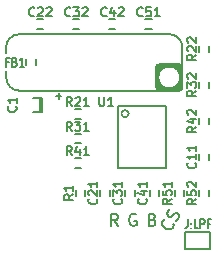
<source format=gto>
%TF.GenerationSoftware,KiCad,Pcbnew,(5.1.2-1)-1*%
%TF.CreationDate,2020-12-17T17:00:40+01:00*%
%TF.ProjectId,n64_rgb_amp,6e36345f-7267-4625-9f61-6d702e6b6963,1.1*%
%TF.SameCoordinates,Original*%
%TF.FileFunction,Legend,Top*%
%TF.FilePolarity,Positive*%
%FSLAX46Y46*%
G04 Gerber Fmt 4.6, Leading zero omitted, Abs format (unit mm)*
G04 Created by KiCad (PCBNEW (5.1.2-1)-1) date 2020-12-17 17:00:40*
%MOMM*%
%LPD*%
G04 APERTURE LIST*
%ADD10C,0.152500*%
%ADD11C,0.203200*%
%ADD12C,0.150000*%
%ADD13C,0.152400*%
%ADD14C,0.160000*%
G04 APERTURE END LIST*
D10*
X142791160Y-102052000D02*
X142791160Y-103250880D01*
X142942500Y-102051000D02*
X142942500Y-103251000D01*
D11*
X154054576Y-112763075D02*
X154072285Y-112829165D01*
X154041613Y-112979053D01*
X153993232Y-113062851D01*
X153878761Y-113164358D01*
X153746582Y-113199775D01*
X153638593Y-113193293D01*
X153446806Y-113138430D01*
X153321109Y-113065859D01*
X153177703Y-112927198D01*
X153118095Y-112836918D01*
X153082678Y-112704739D01*
X153113350Y-112554851D01*
X153161731Y-112471053D01*
X153276201Y-112369546D01*
X153342291Y-112351837D01*
X154289999Y-112452072D02*
X154404470Y-112350566D01*
X154525422Y-112141070D01*
X154531904Y-112033081D01*
X154514195Y-111966991D01*
X154454588Y-111876711D01*
X154370789Y-111828330D01*
X154262801Y-111821849D01*
X154196711Y-111839557D01*
X154106431Y-111899165D01*
X153967770Y-112042571D01*
X153877490Y-112102179D01*
X153811400Y-112119888D01*
X153703411Y-112113406D01*
X153619613Y-112065025D01*
X153560005Y-111974745D01*
X153542297Y-111908655D01*
X153548779Y-111800666D01*
X153669731Y-111591171D01*
X153784201Y-111489664D01*
D12*
X144327142Y-101681428D02*
X144327142Y-102138571D01*
X144098571Y-101910000D02*
X144555714Y-101910000D01*
D11*
X149339476Y-112894619D02*
X149000809Y-112410809D01*
X148758904Y-112894619D02*
X148758904Y-111878619D01*
X149145952Y-111878619D01*
X149242714Y-111927000D01*
X149291095Y-111975380D01*
X149339476Y-112072142D01*
X149339476Y-112217285D01*
X149291095Y-112314047D01*
X149242714Y-112362428D01*
X149145952Y-112410809D01*
X148758904Y-112410809D01*
X150891095Y-111927000D02*
X150794333Y-111878619D01*
X150649190Y-111878619D01*
X150504047Y-111927000D01*
X150407285Y-112023761D01*
X150358904Y-112120523D01*
X150310523Y-112314047D01*
X150310523Y-112459190D01*
X150358904Y-112652714D01*
X150407285Y-112749476D01*
X150504047Y-112846238D01*
X150649190Y-112894619D01*
X150745952Y-112894619D01*
X150891095Y-112846238D01*
X150939476Y-112797857D01*
X150939476Y-112459190D01*
X150745952Y-112459190D01*
X152297571Y-112362428D02*
X152442714Y-112410809D01*
X152491095Y-112459190D01*
X152539476Y-112555952D01*
X152539476Y-112701095D01*
X152491095Y-112797857D01*
X152442714Y-112846238D01*
X152345952Y-112894619D01*
X151958904Y-112894619D01*
X151958904Y-111878619D01*
X152297571Y-111878619D01*
X152394333Y-111927000D01*
X152442714Y-111975380D01*
X152491095Y-112072142D01*
X152491095Y-112168904D01*
X152442714Y-112265666D01*
X152394333Y-112314047D01*
X152297571Y-112362428D01*
X151958904Y-112362428D01*
D12*
X155250000Y-112352714D02*
X155250000Y-112897000D01*
X155220333Y-113005857D01*
X155161000Y-113078428D01*
X155072000Y-113114714D01*
X155012666Y-113114714D01*
X155546666Y-113042142D02*
X155576333Y-113078428D01*
X155546666Y-113114714D01*
X155517000Y-113078428D01*
X155546666Y-113042142D01*
X155546666Y-113114714D01*
X155546666Y-112643000D02*
X155576333Y-112679285D01*
X155546666Y-112715571D01*
X155517000Y-112679285D01*
X155546666Y-112643000D01*
X155546666Y-112715571D01*
X156140000Y-113114714D02*
X155843333Y-113114714D01*
X155843333Y-112352714D01*
X156347666Y-113114714D02*
X156347666Y-112352714D01*
X156585000Y-112352714D01*
X156644333Y-112389000D01*
X156674000Y-112425285D01*
X156703666Y-112497857D01*
X156703666Y-112606714D01*
X156674000Y-112679285D01*
X156644333Y-112715571D01*
X156585000Y-112751857D01*
X156347666Y-112751857D01*
X157178333Y-112715571D02*
X156970666Y-112715571D01*
X156970666Y-113114714D02*
X156970666Y-112352714D01*
X157267333Y-112352714D01*
D13*
X157134400Y-114855000D02*
X157134400Y-113420000D01*
X155045600Y-114855000D02*
X155045600Y-113420000D01*
X157134400Y-113420000D02*
X155045600Y-113420000D01*
X157134400Y-114855000D02*
X155045600Y-114855000D01*
X149355000Y-107965000D02*
X153455000Y-107965000D01*
X149355000Y-102785000D02*
X153455000Y-102785000D01*
X149355000Y-102785000D02*
X149355000Y-107965000D01*
X153455000Y-102785000D02*
X153455000Y-107965000D01*
X150270677Y-103392317D02*
G75*
G03X150270677Y-103392317I-305857J0D01*
G01*
X156242300Y-97637300D02*
X156242300Y-98177300D01*
X157042300Y-97637300D02*
X157042300Y-98177300D01*
X156242300Y-100687300D02*
X156242300Y-101227300D01*
X157042300Y-100687300D02*
X157042300Y-101227300D01*
X156242300Y-103737300D02*
X156242300Y-104277300D01*
X157042300Y-103737300D02*
X157042300Y-104277300D01*
X156242300Y-109837300D02*
X156242300Y-110377300D01*
X157042300Y-109837300D02*
X157042300Y-110377300D01*
X154952300Y-110377300D02*
X154952300Y-109837300D01*
X154152300Y-110377300D02*
X154152300Y-109837300D01*
X145792300Y-109837300D02*
X145792300Y-110377300D01*
X146592300Y-109837300D02*
X146592300Y-110377300D01*
X146222700Y-107192300D02*
X145682700Y-107192300D01*
X146222700Y-107992300D02*
X145682700Y-107992300D01*
X146222700Y-105102300D02*
X145682700Y-105102300D01*
X146222700Y-105902300D02*
X145682700Y-105902300D01*
X146222700Y-103012300D02*
X145682700Y-103012300D01*
X146222700Y-103812300D02*
X145682700Y-103812300D01*
X142942500Y-102051000D02*
X142192500Y-102051000D01*
X142942500Y-103251000D02*
X142192500Y-103251000D01*
D12*
G36*
X153225000Y-99285000D02*
G01*
X153095000Y-99345000D01*
X153005000Y-99395000D01*
X152935000Y-99495000D01*
X152805000Y-99635000D01*
X152745000Y-99735000D01*
X152705000Y-99815000D01*
X152645000Y-99825000D01*
X152645000Y-99685000D01*
X152625000Y-99555000D01*
X152655000Y-99395000D01*
X152695000Y-99285000D01*
X152765000Y-99235000D01*
X153185000Y-99255000D01*
X153225000Y-99285000D01*
G37*
X153225000Y-99285000D02*
X153095000Y-99345000D01*
X153005000Y-99395000D01*
X152935000Y-99495000D01*
X152805000Y-99635000D01*
X152745000Y-99735000D01*
X152705000Y-99815000D01*
X152645000Y-99825000D01*
X152645000Y-99685000D01*
X152625000Y-99555000D01*
X152655000Y-99395000D01*
X152695000Y-99285000D01*
X152765000Y-99235000D01*
X153185000Y-99255000D01*
X153225000Y-99285000D01*
G36*
X152655000Y-100825000D02*
G01*
X152645000Y-100965000D01*
X152645000Y-101155000D01*
X152665000Y-101275000D01*
X152705000Y-101325000D01*
X152765000Y-101365000D01*
X152855000Y-101385000D01*
X153205000Y-101375000D01*
X152655000Y-100825000D01*
G37*
X152655000Y-100825000D02*
X152645000Y-100965000D01*
X152645000Y-101155000D01*
X152665000Y-101275000D01*
X152705000Y-101325000D01*
X152765000Y-101365000D01*
X152855000Y-101385000D01*
X153205000Y-101375000D01*
X152655000Y-100825000D01*
G36*
X154775000Y-100765000D02*
G01*
X154765000Y-101205000D01*
X154675000Y-101375000D01*
X154515000Y-101415000D01*
X154175000Y-101385000D01*
X154775000Y-100765000D01*
G37*
X154775000Y-100765000D02*
X154765000Y-101205000D01*
X154675000Y-101375000D01*
X154515000Y-101415000D01*
X154175000Y-101385000D01*
X154775000Y-100765000D01*
G36*
X154035000Y-99235000D02*
G01*
X154155000Y-99215000D01*
X154675000Y-99975000D01*
X154785000Y-99855000D01*
X154785000Y-99265000D01*
X154755000Y-99265000D01*
X154035000Y-99235000D01*
G37*
X154035000Y-99235000D02*
X154155000Y-99215000D01*
X154675000Y-99975000D01*
X154785000Y-99855000D01*
X154785000Y-99265000D01*
X154755000Y-99265000D01*
X154035000Y-99235000D01*
D14*
X154791002Y-100325000D02*
G75*
G03X154791002Y-100325000I-1086002J0D01*
G01*
X154635000Y-100325000D02*
G75*
G03X154635000Y-100325000I-930000J0D01*
G01*
D12*
X152866800Y-99209000D02*
X154568600Y-99209000D01*
X152589000Y-101163200D02*
X152589000Y-99486800D01*
D13*
X141005000Y-101441000D02*
X154543200Y-101441000D01*
X139889000Y-97785000D02*
X139889000Y-98293000D01*
X141005000Y-101441000D02*
G75*
G02X139889000Y-100325000I0J1116000D01*
G01*
X141005000Y-96669000D02*
X153705000Y-96669000D01*
X139889000Y-97785000D02*
G75*
G02X141005000Y-96669000I1116000J0D01*
G01*
D12*
X154821000Y-97785000D02*
X154821000Y-101163200D01*
D13*
X153705000Y-96669000D02*
G75*
G02X154821000Y-97785000I0J-1116000D01*
G01*
D12*
X152589000Y-99486800D02*
G75*
G02X152866800Y-99209000I277800J0D01*
G01*
D13*
X154821000Y-101163200D02*
G75*
G02X154543200Y-101441000I-277800J0D01*
G01*
D12*
X154543200Y-99209000D02*
G75*
G02X154821000Y-99486800I0J-277800D01*
G01*
X152866800Y-101441000D02*
G75*
G02X152589000Y-101163200I0J277800D01*
G01*
D13*
X139889000Y-99817000D02*
X139889000Y-100325000D01*
X141597300Y-98772300D02*
X141597300Y-99312300D01*
X142397300Y-98772300D02*
X142397300Y-99312300D01*
X156242300Y-106787300D02*
X156242300Y-107327300D01*
X157042300Y-106787300D02*
X157042300Y-107327300D01*
X152862300Y-110377300D02*
X152862300Y-109837300D01*
X152062300Y-110377300D02*
X152062300Y-109837300D01*
X150772300Y-110377300D02*
X150772300Y-109837300D01*
X149972300Y-110377300D02*
X149972300Y-109837300D01*
X148682300Y-110377300D02*
X148682300Y-109837300D01*
X147882300Y-110377300D02*
X147882300Y-109837300D01*
X152202700Y-95422300D02*
X151662700Y-95422300D01*
X152202700Y-96222300D02*
X151662700Y-96222300D01*
X149152700Y-95422300D02*
X148612700Y-95422300D01*
X149152700Y-96222300D02*
X148612700Y-96222300D01*
X146102700Y-95422300D02*
X145562700Y-95422300D01*
X146102700Y-96222300D02*
X145562700Y-96222300D01*
X143052700Y-95422300D02*
X142512700Y-95422300D01*
X143052700Y-96222300D02*
X142512700Y-96222300D01*
X147769428Y-102002714D02*
X147769428Y-102619571D01*
X147805714Y-102692142D01*
X147842000Y-102728428D01*
X147914571Y-102764714D01*
X148059714Y-102764714D01*
X148132285Y-102728428D01*
X148168571Y-102692142D01*
X148204857Y-102619571D01*
X148204857Y-102002714D01*
X148966857Y-102764714D02*
X148531428Y-102764714D01*
X148749142Y-102764714D02*
X148749142Y-102002714D01*
X148676571Y-102111571D01*
X148604000Y-102184142D01*
X148531428Y-102220428D01*
X155987014Y-98397157D02*
X155624157Y-98651157D01*
X155987014Y-98832585D02*
X155225014Y-98832585D01*
X155225014Y-98542300D01*
X155261300Y-98469728D01*
X155297585Y-98433442D01*
X155370157Y-98397157D01*
X155479014Y-98397157D01*
X155551585Y-98433442D01*
X155587871Y-98469728D01*
X155624157Y-98542300D01*
X155624157Y-98832585D01*
X155297585Y-98106871D02*
X155261300Y-98070585D01*
X155225014Y-97998014D01*
X155225014Y-97816585D01*
X155261300Y-97744014D01*
X155297585Y-97707728D01*
X155370157Y-97671442D01*
X155442728Y-97671442D01*
X155551585Y-97707728D01*
X155987014Y-98143157D01*
X155987014Y-97671442D01*
X155297585Y-97381157D02*
X155261300Y-97344871D01*
X155225014Y-97272300D01*
X155225014Y-97090871D01*
X155261300Y-97018300D01*
X155297585Y-96982014D01*
X155370157Y-96945728D01*
X155442728Y-96945728D01*
X155551585Y-96982014D01*
X155987014Y-97417442D01*
X155987014Y-96945728D01*
X155987014Y-101447157D02*
X155624157Y-101701157D01*
X155987014Y-101882585D02*
X155225014Y-101882585D01*
X155225014Y-101592300D01*
X155261300Y-101519728D01*
X155297585Y-101483442D01*
X155370157Y-101447157D01*
X155479014Y-101447157D01*
X155551585Y-101483442D01*
X155587871Y-101519728D01*
X155624157Y-101592300D01*
X155624157Y-101882585D01*
X155225014Y-101193157D02*
X155225014Y-100721442D01*
X155515300Y-100975442D01*
X155515300Y-100866585D01*
X155551585Y-100794014D01*
X155587871Y-100757728D01*
X155660442Y-100721442D01*
X155841871Y-100721442D01*
X155914442Y-100757728D01*
X155950728Y-100794014D01*
X155987014Y-100866585D01*
X155987014Y-101084300D01*
X155950728Y-101156871D01*
X155914442Y-101193157D01*
X155297585Y-100431157D02*
X155261300Y-100394871D01*
X155225014Y-100322300D01*
X155225014Y-100140871D01*
X155261300Y-100068300D01*
X155297585Y-100032014D01*
X155370157Y-99995728D01*
X155442728Y-99995728D01*
X155551585Y-100032014D01*
X155987014Y-100467442D01*
X155987014Y-99995728D01*
X155987014Y-104497157D02*
X155624157Y-104751157D01*
X155987014Y-104932585D02*
X155225014Y-104932585D01*
X155225014Y-104642300D01*
X155261300Y-104569728D01*
X155297585Y-104533442D01*
X155370157Y-104497157D01*
X155479014Y-104497157D01*
X155551585Y-104533442D01*
X155587871Y-104569728D01*
X155624157Y-104642300D01*
X155624157Y-104932585D01*
X155479014Y-103844014D02*
X155987014Y-103844014D01*
X155188728Y-104025442D02*
X155733014Y-104206871D01*
X155733014Y-103735157D01*
X155297585Y-103481157D02*
X155261300Y-103444871D01*
X155225014Y-103372300D01*
X155225014Y-103190871D01*
X155261300Y-103118300D01*
X155297585Y-103082014D01*
X155370157Y-103045728D01*
X155442728Y-103045728D01*
X155551585Y-103082014D01*
X155987014Y-103517442D01*
X155987014Y-103045728D01*
X155987014Y-110597157D02*
X155624157Y-110851157D01*
X155987014Y-111032585D02*
X155225014Y-111032585D01*
X155225014Y-110742300D01*
X155261300Y-110669728D01*
X155297585Y-110633442D01*
X155370157Y-110597157D01*
X155479014Y-110597157D01*
X155551585Y-110633442D01*
X155587871Y-110669728D01*
X155624157Y-110742300D01*
X155624157Y-111032585D01*
X155225014Y-109907728D02*
X155225014Y-110270585D01*
X155587871Y-110306871D01*
X155551585Y-110270585D01*
X155515300Y-110198014D01*
X155515300Y-110016585D01*
X155551585Y-109944014D01*
X155587871Y-109907728D01*
X155660442Y-109871442D01*
X155841871Y-109871442D01*
X155914442Y-109907728D01*
X155950728Y-109944014D01*
X155987014Y-110016585D01*
X155987014Y-110198014D01*
X155950728Y-110270585D01*
X155914442Y-110306871D01*
X155297585Y-109581157D02*
X155261300Y-109544871D01*
X155225014Y-109472300D01*
X155225014Y-109290871D01*
X155261300Y-109218300D01*
X155297585Y-109182014D01*
X155370157Y-109145728D01*
X155442728Y-109145728D01*
X155551585Y-109182014D01*
X155987014Y-109617442D01*
X155987014Y-109145728D01*
X153897014Y-110597157D02*
X153534157Y-110851157D01*
X153897014Y-111032585D02*
X153135014Y-111032585D01*
X153135014Y-110742300D01*
X153171300Y-110669728D01*
X153207585Y-110633442D01*
X153280157Y-110597157D01*
X153389014Y-110597157D01*
X153461585Y-110633442D01*
X153497871Y-110669728D01*
X153534157Y-110742300D01*
X153534157Y-111032585D01*
X153135014Y-109907728D02*
X153135014Y-110270585D01*
X153497871Y-110306871D01*
X153461585Y-110270585D01*
X153425300Y-110198014D01*
X153425300Y-110016585D01*
X153461585Y-109944014D01*
X153497871Y-109907728D01*
X153570442Y-109871442D01*
X153751871Y-109871442D01*
X153824442Y-109907728D01*
X153860728Y-109944014D01*
X153897014Y-110016585D01*
X153897014Y-110198014D01*
X153860728Y-110270585D01*
X153824442Y-110306871D01*
X153897014Y-109145728D02*
X153897014Y-109581157D01*
X153897014Y-109363442D02*
X153135014Y-109363442D01*
X153243871Y-109436014D01*
X153316442Y-109508585D01*
X153352728Y-109581157D01*
X145537014Y-110234300D02*
X145174157Y-110488300D01*
X145537014Y-110669728D02*
X144775014Y-110669728D01*
X144775014Y-110379442D01*
X144811300Y-110306871D01*
X144847585Y-110270585D01*
X144920157Y-110234300D01*
X145029014Y-110234300D01*
X145101585Y-110270585D01*
X145137871Y-110306871D01*
X145174157Y-110379442D01*
X145174157Y-110669728D01*
X145537014Y-109508585D02*
X145537014Y-109944014D01*
X145537014Y-109726300D02*
X144775014Y-109726300D01*
X144883871Y-109798871D01*
X144956442Y-109871442D01*
X144992728Y-109944014D01*
X145462842Y-106937014D02*
X145208842Y-106574157D01*
X145027414Y-106937014D02*
X145027414Y-106175014D01*
X145317700Y-106175014D01*
X145390271Y-106211300D01*
X145426557Y-106247585D01*
X145462842Y-106320157D01*
X145462842Y-106429014D01*
X145426557Y-106501585D01*
X145390271Y-106537871D01*
X145317700Y-106574157D01*
X145027414Y-106574157D01*
X146115985Y-106429014D02*
X146115985Y-106937014D01*
X145934557Y-106138728D02*
X145753128Y-106683014D01*
X146224842Y-106683014D01*
X146914271Y-106937014D02*
X146478842Y-106937014D01*
X146696557Y-106937014D02*
X146696557Y-106175014D01*
X146623985Y-106283871D01*
X146551414Y-106356442D01*
X146478842Y-106392728D01*
X145462842Y-104847014D02*
X145208842Y-104484157D01*
X145027414Y-104847014D02*
X145027414Y-104085014D01*
X145317700Y-104085014D01*
X145390271Y-104121300D01*
X145426557Y-104157585D01*
X145462842Y-104230157D01*
X145462842Y-104339014D01*
X145426557Y-104411585D01*
X145390271Y-104447871D01*
X145317700Y-104484157D01*
X145027414Y-104484157D01*
X145716842Y-104085014D02*
X146188557Y-104085014D01*
X145934557Y-104375300D01*
X146043414Y-104375300D01*
X146115985Y-104411585D01*
X146152271Y-104447871D01*
X146188557Y-104520442D01*
X146188557Y-104701871D01*
X146152271Y-104774442D01*
X146115985Y-104810728D01*
X146043414Y-104847014D01*
X145825700Y-104847014D01*
X145753128Y-104810728D01*
X145716842Y-104774442D01*
X146914271Y-104847014D02*
X146478842Y-104847014D01*
X146696557Y-104847014D02*
X146696557Y-104085014D01*
X146623985Y-104193871D01*
X146551414Y-104266442D01*
X146478842Y-104302728D01*
X145462842Y-102757014D02*
X145208842Y-102394157D01*
X145027414Y-102757014D02*
X145027414Y-101995014D01*
X145317700Y-101995014D01*
X145390271Y-102031300D01*
X145426557Y-102067585D01*
X145462842Y-102140157D01*
X145462842Y-102249014D01*
X145426557Y-102321585D01*
X145390271Y-102357871D01*
X145317700Y-102394157D01*
X145027414Y-102394157D01*
X145753128Y-102067585D02*
X145789414Y-102031300D01*
X145861985Y-101995014D01*
X146043414Y-101995014D01*
X146115985Y-102031300D01*
X146152271Y-102067585D01*
X146188557Y-102140157D01*
X146188557Y-102212728D01*
X146152271Y-102321585D01*
X145716842Y-102757014D01*
X146188557Y-102757014D01*
X146914271Y-102757014D02*
X146478842Y-102757014D01*
X146696557Y-102757014D02*
X146696557Y-101995014D01*
X146623985Y-102103871D01*
X146551414Y-102176442D01*
X146478842Y-102212728D01*
X140702142Y-102787000D02*
X140738428Y-102823285D01*
X140774714Y-102932142D01*
X140774714Y-103004714D01*
X140738428Y-103113571D01*
X140665857Y-103186142D01*
X140593285Y-103222428D01*
X140448142Y-103258714D01*
X140339285Y-103258714D01*
X140194142Y-103222428D01*
X140121571Y-103186142D01*
X140049000Y-103113571D01*
X140012714Y-103004714D01*
X140012714Y-102932142D01*
X140049000Y-102823285D01*
X140085285Y-102787000D01*
X140774714Y-102061285D02*
X140774714Y-102496714D01*
X140774714Y-102279000D02*
X140012714Y-102279000D01*
X140121571Y-102351571D01*
X140194142Y-102424142D01*
X140230428Y-102496714D01*
D12*
X140097800Y-99037071D02*
X139887800Y-99037071D01*
X139887800Y-99436214D02*
X139887800Y-98674214D01*
X140187800Y-98674214D01*
X140637800Y-99037071D02*
X140727800Y-99073357D01*
X140757800Y-99109642D01*
X140787800Y-99182214D01*
X140787800Y-99291071D01*
X140757800Y-99363642D01*
X140727800Y-99399928D01*
X140667800Y-99436214D01*
X140427800Y-99436214D01*
X140427800Y-98674214D01*
X140637800Y-98674214D01*
X140697800Y-98710500D01*
X140727800Y-98746785D01*
X140757800Y-98819357D01*
X140757800Y-98891928D01*
X140727800Y-98964500D01*
X140697800Y-99000785D01*
X140637800Y-99037071D01*
X140427800Y-99037071D01*
X141387800Y-99436214D02*
X141027800Y-99436214D01*
X141207800Y-99436214D02*
X141207800Y-98674214D01*
X141147800Y-98783071D01*
X141087800Y-98855642D01*
X141027800Y-98891928D01*
D13*
X155914442Y-107547157D02*
X155950728Y-107583442D01*
X155987014Y-107692300D01*
X155987014Y-107764871D01*
X155950728Y-107873728D01*
X155878157Y-107946300D01*
X155805585Y-107982585D01*
X155660442Y-108018871D01*
X155551585Y-108018871D01*
X155406442Y-107982585D01*
X155333871Y-107946300D01*
X155261300Y-107873728D01*
X155225014Y-107764871D01*
X155225014Y-107692300D01*
X155261300Y-107583442D01*
X155297585Y-107547157D01*
X155987014Y-106821442D02*
X155987014Y-107256871D01*
X155987014Y-107039157D02*
X155225014Y-107039157D01*
X155333871Y-107111728D01*
X155406442Y-107184300D01*
X155442728Y-107256871D01*
X155987014Y-106095728D02*
X155987014Y-106531157D01*
X155987014Y-106313442D02*
X155225014Y-106313442D01*
X155333871Y-106386014D01*
X155406442Y-106458585D01*
X155442728Y-106531157D01*
X151734442Y-110597157D02*
X151770728Y-110633442D01*
X151807014Y-110742300D01*
X151807014Y-110814871D01*
X151770728Y-110923728D01*
X151698157Y-110996300D01*
X151625585Y-111032585D01*
X151480442Y-111068871D01*
X151371585Y-111068871D01*
X151226442Y-111032585D01*
X151153871Y-110996300D01*
X151081300Y-110923728D01*
X151045014Y-110814871D01*
X151045014Y-110742300D01*
X151081300Y-110633442D01*
X151117585Y-110597157D01*
X151299014Y-109944014D02*
X151807014Y-109944014D01*
X151008728Y-110125442D02*
X151553014Y-110306871D01*
X151553014Y-109835157D01*
X151807014Y-109145728D02*
X151807014Y-109581157D01*
X151807014Y-109363442D02*
X151045014Y-109363442D01*
X151153871Y-109436014D01*
X151226442Y-109508585D01*
X151262728Y-109581157D01*
X149644442Y-110597157D02*
X149680728Y-110633442D01*
X149717014Y-110742300D01*
X149717014Y-110814871D01*
X149680728Y-110923728D01*
X149608157Y-110996300D01*
X149535585Y-111032585D01*
X149390442Y-111068871D01*
X149281585Y-111068871D01*
X149136442Y-111032585D01*
X149063871Y-110996300D01*
X148991300Y-110923728D01*
X148955014Y-110814871D01*
X148955014Y-110742300D01*
X148991300Y-110633442D01*
X149027585Y-110597157D01*
X148955014Y-110343157D02*
X148955014Y-109871442D01*
X149245300Y-110125442D01*
X149245300Y-110016585D01*
X149281585Y-109944014D01*
X149317871Y-109907728D01*
X149390442Y-109871442D01*
X149571871Y-109871442D01*
X149644442Y-109907728D01*
X149680728Y-109944014D01*
X149717014Y-110016585D01*
X149717014Y-110234300D01*
X149680728Y-110306871D01*
X149644442Y-110343157D01*
X149717014Y-109145728D02*
X149717014Y-109581157D01*
X149717014Y-109363442D02*
X148955014Y-109363442D01*
X149063871Y-109436014D01*
X149136442Y-109508585D01*
X149172728Y-109581157D01*
X147554442Y-110597157D02*
X147590728Y-110633442D01*
X147627014Y-110742300D01*
X147627014Y-110814871D01*
X147590728Y-110923728D01*
X147518157Y-110996300D01*
X147445585Y-111032585D01*
X147300442Y-111068871D01*
X147191585Y-111068871D01*
X147046442Y-111032585D01*
X146973871Y-110996300D01*
X146901300Y-110923728D01*
X146865014Y-110814871D01*
X146865014Y-110742300D01*
X146901300Y-110633442D01*
X146937585Y-110597157D01*
X146937585Y-110306871D02*
X146901300Y-110270585D01*
X146865014Y-110198014D01*
X146865014Y-110016585D01*
X146901300Y-109944014D01*
X146937585Y-109907728D01*
X147010157Y-109871442D01*
X147082728Y-109871442D01*
X147191585Y-109907728D01*
X147627014Y-110343157D01*
X147627014Y-109871442D01*
X147627014Y-109145728D02*
X147627014Y-109581157D01*
X147627014Y-109363442D02*
X146865014Y-109363442D01*
X146973871Y-109436014D01*
X147046442Y-109508585D01*
X147082728Y-109581157D01*
X151442842Y-95094442D02*
X151406557Y-95130728D01*
X151297700Y-95167014D01*
X151225128Y-95167014D01*
X151116271Y-95130728D01*
X151043700Y-95058157D01*
X151007414Y-94985585D01*
X150971128Y-94840442D01*
X150971128Y-94731585D01*
X151007414Y-94586442D01*
X151043700Y-94513871D01*
X151116271Y-94441300D01*
X151225128Y-94405014D01*
X151297700Y-94405014D01*
X151406557Y-94441300D01*
X151442842Y-94477585D01*
X152132271Y-94405014D02*
X151769414Y-94405014D01*
X151733128Y-94767871D01*
X151769414Y-94731585D01*
X151841985Y-94695300D01*
X152023414Y-94695300D01*
X152095985Y-94731585D01*
X152132271Y-94767871D01*
X152168557Y-94840442D01*
X152168557Y-95021871D01*
X152132271Y-95094442D01*
X152095985Y-95130728D01*
X152023414Y-95167014D01*
X151841985Y-95167014D01*
X151769414Y-95130728D01*
X151733128Y-95094442D01*
X152894271Y-95167014D02*
X152458842Y-95167014D01*
X152676557Y-95167014D02*
X152676557Y-94405014D01*
X152603985Y-94513871D01*
X152531414Y-94586442D01*
X152458842Y-94622728D01*
X148392842Y-95094442D02*
X148356557Y-95130728D01*
X148247700Y-95167014D01*
X148175128Y-95167014D01*
X148066271Y-95130728D01*
X147993700Y-95058157D01*
X147957414Y-94985585D01*
X147921128Y-94840442D01*
X147921128Y-94731585D01*
X147957414Y-94586442D01*
X147993700Y-94513871D01*
X148066271Y-94441300D01*
X148175128Y-94405014D01*
X148247700Y-94405014D01*
X148356557Y-94441300D01*
X148392842Y-94477585D01*
X149045985Y-94659014D02*
X149045985Y-95167014D01*
X148864557Y-94368728D02*
X148683128Y-94913014D01*
X149154842Y-94913014D01*
X149408842Y-94477585D02*
X149445128Y-94441300D01*
X149517700Y-94405014D01*
X149699128Y-94405014D01*
X149771700Y-94441300D01*
X149807985Y-94477585D01*
X149844271Y-94550157D01*
X149844271Y-94622728D01*
X149807985Y-94731585D01*
X149372557Y-95167014D01*
X149844271Y-95167014D01*
X145342842Y-95094442D02*
X145306557Y-95130728D01*
X145197700Y-95167014D01*
X145125128Y-95167014D01*
X145016271Y-95130728D01*
X144943700Y-95058157D01*
X144907414Y-94985585D01*
X144871128Y-94840442D01*
X144871128Y-94731585D01*
X144907414Y-94586442D01*
X144943700Y-94513871D01*
X145016271Y-94441300D01*
X145125128Y-94405014D01*
X145197700Y-94405014D01*
X145306557Y-94441300D01*
X145342842Y-94477585D01*
X145596842Y-94405014D02*
X146068557Y-94405014D01*
X145814557Y-94695300D01*
X145923414Y-94695300D01*
X145995985Y-94731585D01*
X146032271Y-94767871D01*
X146068557Y-94840442D01*
X146068557Y-95021871D01*
X146032271Y-95094442D01*
X145995985Y-95130728D01*
X145923414Y-95167014D01*
X145705700Y-95167014D01*
X145633128Y-95130728D01*
X145596842Y-95094442D01*
X146358842Y-94477585D02*
X146395128Y-94441300D01*
X146467700Y-94405014D01*
X146649128Y-94405014D01*
X146721700Y-94441300D01*
X146757985Y-94477585D01*
X146794271Y-94550157D01*
X146794271Y-94622728D01*
X146757985Y-94731585D01*
X146322557Y-95167014D01*
X146794271Y-95167014D01*
X142292842Y-95094442D02*
X142256557Y-95130728D01*
X142147700Y-95167014D01*
X142075128Y-95167014D01*
X141966271Y-95130728D01*
X141893700Y-95058157D01*
X141857414Y-94985585D01*
X141821128Y-94840442D01*
X141821128Y-94731585D01*
X141857414Y-94586442D01*
X141893700Y-94513871D01*
X141966271Y-94441300D01*
X142075128Y-94405014D01*
X142147700Y-94405014D01*
X142256557Y-94441300D01*
X142292842Y-94477585D01*
X142583128Y-94477585D02*
X142619414Y-94441300D01*
X142691985Y-94405014D01*
X142873414Y-94405014D01*
X142945985Y-94441300D01*
X142982271Y-94477585D01*
X143018557Y-94550157D01*
X143018557Y-94622728D01*
X142982271Y-94731585D01*
X142546842Y-95167014D01*
X143018557Y-95167014D01*
X143308842Y-94477585D02*
X143345128Y-94441300D01*
X143417700Y-94405014D01*
X143599128Y-94405014D01*
X143671700Y-94441300D01*
X143707985Y-94477585D01*
X143744271Y-94550157D01*
X143744271Y-94622728D01*
X143707985Y-94731585D01*
X143272557Y-95167014D01*
X143744271Y-95167014D01*
M02*

</source>
